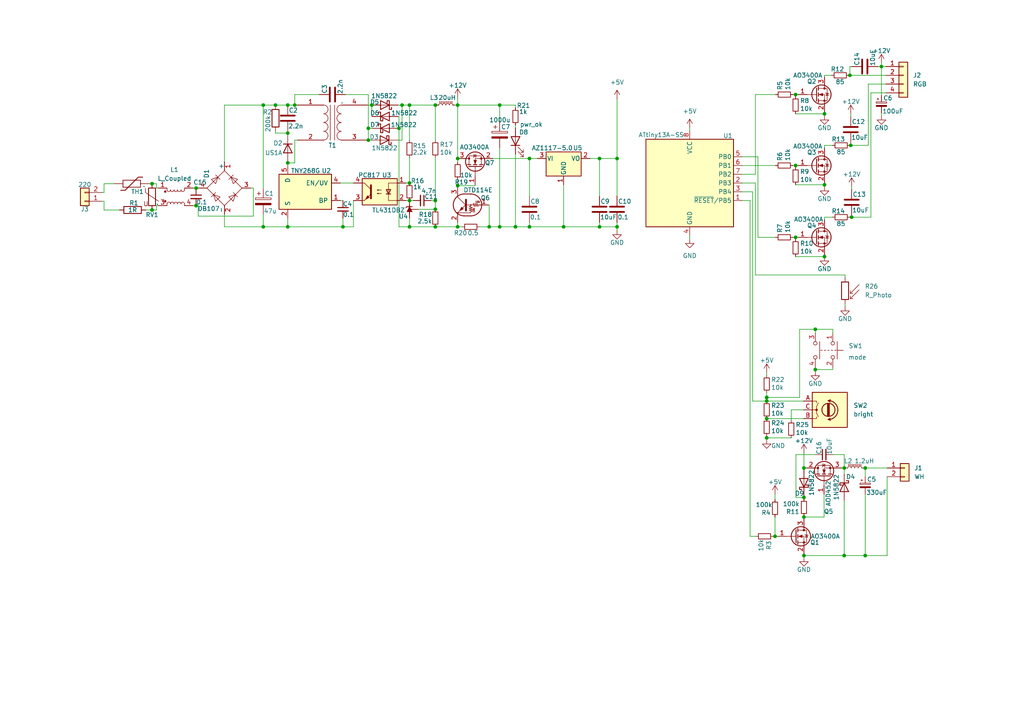
<source format=kicad_sch>
(kicad_sch (version 20211123) (generator eeschema)
  (paper "A4")
  (title_block (title "Desk Lamp") (date "2022-06-15") (comment 2 "Mikhail Belkin (dltech174@gmail.com +7-960-961-54-27)"))
  (lib_symbols
    (symbol "Connector_Generic:Conn_01x02" (pin_names (offset 1.016) hide)
      (property "Reference" "J" (at 0 2.54 0))
      (property "Value" "Conn_01x02" (at 0 -5.08 0))
      (symbol "Conn_01x02_1_1"
        (pin passive line (at -5.08 0 0) (length 3.81) (name "Pin_1") (number "1"))
        (pin passive line (at -5.08 -2.54 0) (length 3.81) (name "Pin_2") (number "2"))
      )
    )
    (symbol "Connector_Generic:Conn_01x04" (pin_names (offset 1.016) hide)
      (property "Reference" "J" (at 0 5.08 0))
      (property "Value" "Conn_01x04" (at 0 -7.62 0))
      (symbol "Conn_01x04_1_1"
        (pin passive line (at -5.08 2.54 0) (length 3.81) (name "Pin_1") (number "1"))
        (pin passive line (at -5.08 0 0) (length 3.81) (name "Pin_2") (number "2"))
        (pin passive line (at -5.08 -2.54 0) (length 3.81) (name "Pin_3") (number "3"))
        (pin passive line (at -5.08 -5.08 0) (length 3.81) (name "Pin_4") (number "4"))
      )
    )
    (symbol "Device:C" (pin_numbers hide) (pin_names (offset 0.254))
      (property "Reference" "C" (at 0.635 2.54 0))
      (property "Value" "C" (at 0.635 -2.54 0))
      (symbol "C_1_1"
        (pin passive line (at 0 3.81 270) (length 2.794) (name "~") (number "1"))
        (pin passive line (at 0 -3.81 90) (length 2.794) (name "~") (number "2"))
      )
    )
    (symbol "Device:C_Polarized" (pin_numbers hide) (pin_names (offset 0.254))
      (property "Reference" "C" (at 0.635 2.54 0))
      (property "Value" "C_Polarized" (at 0.635 -2.54 0))
      (symbol "C_Polarized_1_1"
        (pin passive line (at 0 3.81 270) (length 2.794) (name "~") (number "1"))
        (pin passive line (at 0 -3.81 90) (length 2.794) (name "~") (number "2"))
      )
    )
    (symbol "Device:C_Polarized_Small" (pin_numbers hide) (pin_names (offset 0.254) hide)
      (property "Reference" "C" (at 0.254 1.778 0))
      (property "Value" "C_Polarized_Small" (at 0.254 -2.032 0))
      (symbol "C_Polarized_Small_1_1"
        (pin passive line (at 0 2.54 270) (length 1.8542) (name "~") (number "1"))
        (pin passive line (at 0 -2.54 90) (length 1.8542) (name "~") (number "2"))
      )
    )
    (symbol "Device:C_Small" (pin_numbers hide) (pin_names (offset 0.254) hide)
      (property "Reference" "C" (at 0.254 1.778 0))
      (property "Value" "C_Small" (at 0.254 -2.032 0))
      (symbol "C_Small_1_1"
        (pin passive line (at 0 2.54 270) (length 2.032) (name "~") (number "1"))
        (pin passive line (at 0 -2.54 90) (length 2.032) (name "~") (number "2"))
      )
    )
    (symbol "Device:LED" (pin_numbers hide) (pin_names (offset 1.016) hide)
      (property "Reference" "D" (at 0 2.54 0))
      (property "Value" "LED" (at 0 -2.54 0))
      (symbol "LED_1_1"
        (pin passive line (at -3.81 0 0) (length 2.54) (name "K") (number "1"))
        (pin passive line (at 3.81 0 180) (length 2.54) (name "A") (number "2"))
      )
    )
    (symbol "Device:L_Coupled" (pin_names (offset 0.254) hide)
      (property "Reference" "L" (at 0 4.445 0))
      (property "Value" "L_Coupled" (at 0 -4.445 0))
      (symbol "L_Coupled_1_1"
        (pin passive line (at -5.08 2.54 0) (length 2.54) (name "1") (number "1"))
        (pin passive line (at 5.08 2.54 180) (length 2.54) (name "2") (number "2"))
        (pin passive line (at -5.08 -2.54 0) (length 2.54) (name "3") (number "3"))
        (pin passive line (at 5.08 -2.54 180) (length 2.54) (name "4") (number "4"))
      )
    )
    (symbol "Device:L_Ferrite_Small" (pin_numbers hide) (pin_names (offset 0.254) hide)
      (property "Reference" "L" (at 1.27 1.016 0))
      (property "Value" "L_Ferrite_Small" (at 1.27 -1.27 0))
      (symbol "L_Ferrite_Small_1_1"
        (pin passive line (at 0 2.54 270) (length 0.508) (name "~") (number "1"))
        (pin passive line (at 0 -2.54 90) (length 0.508) (name "~") (number "2"))
      )
    )
    (symbol "Device:R" (pin_numbers hide) (pin_names (offset 0))
      (property "Reference" "R" (at 2.032 0 90))
      (property "Value" "R" (at 0 0 90))
      (symbol "R_1_1"
        (pin passive line (at 0 3.81 270) (length 1.27) (name "~") (number "1"))
        (pin passive line (at 0 -3.81 90) (length 1.27) (name "~") (number "2"))
      )
    )
    (symbol "Device:R_Photo" (pin_numbers hide) (pin_names (offset 0))
      (property "Reference" "R" (at 1.27 1.27 0))
      (property "Value" "R_Photo" (at 1.27 0 0))
      (symbol "R_Photo_1_1"
        (pin passive line (at 0 3.81 270) (length 1.27) (name "~") (number "1"))
        (pin passive line (at 0 -3.81 90) (length 1.27) (name "~") (number "2"))
      )
    )
    (symbol "Device:R_Small" (pin_numbers hide) (pin_names (offset 0.254) hide)
      (property "Reference" "R" (at 0.762 0.508 0))
      (property "Value" "R_Small" (at 0.762 -1.016 0))
      (symbol "R_Small_1_1"
        (pin passive line (at 0 2.54 270) (length 0.762) (name "~") (number "1"))
        (pin passive line (at 0 -2.54 90) (length 0.762) (name "~") (number "2"))
      )
    )
    (symbol "Device:RotaryEncoder" (pin_names (offset 0.254) hide)
      (property "Reference" "SW" (at 0 6.604 0))
      (property "Value" "RotaryEncoder" (at 0 -6.604 0))
      (symbol "RotaryEncoder_1_1"
        (pin passive line (at -7.62 2.54 0) (length 2.54) (name "A") (number "A"))
        (pin passive line (at -7.62 -2.54 0) (length 2.54) (name "B") (number "B"))
        (pin passive line (at -7.62 0 0) (length 2.54) (name "C") (number "C"))
      )
    )
    (symbol "Device:Thermistor" (pin_numbers hide) (pin_names (offset 0))
      (property "Reference" "TH" (at 2.54 1.27 90))
      (property "Value" "Thermistor" (at -2.54 0 90))
      (symbol "Thermistor_1_1"
        (pin passive line (at 0 5.08 270) (length 2.54) (name "~") (number "1"))
        (pin passive line (at 0 -5.08 90) (length 2.54) (name "~") (number "2"))
      )
    )
    (symbol "Device:Transformer_1P_1S" (pin_names (offset 1.016) hide)
      (property "Reference" "T" (at 0 6.35 0))
      (property "Value" "Transformer_1P_1S" (at 0 -7.62 0))
      (symbol "Transformer_1P_1S_1_1"
        (pin passive line (at -10.16 5.08 0) (length 7.62) (name "AA") (number "1"))
        (pin passive line (at -10.16 -5.08 0) (length 7.62) (name "AB") (number "2"))
        (pin passive line (at 10.16 -5.08 180) (length 7.62) (name "SA") (number "3"))
        (pin passive line (at 10.16 5.08 180) (length 7.62) (name "SB") (number "4"))
      )
    )
    (symbol "Device:Varistor" (pin_numbers hide) (pin_names (offset 0))
      (property "Reference" "RV" (at 3.175 0 90))
      (property "Value" "Varistor" (at -3.175 0 90))
      (symbol "Varistor_0_0"
        (text "U" (at -1.778 -2.032 0) (effects (font (size 1.27 1.27))))
      )
      (symbol "Varistor_1_1"
        (pin passive line (at 0 3.81 270) (length 1.27) (name "~") (number "1"))
        (pin passive line (at 0 -3.81 90) (length 1.27) (name "~") (number "2"))
      )
    )
    (symbol "Diode:1N5822" (pin_numbers hide) (pin_names (offset 1.016) hide)
      (property "Reference" "D" (at 0 2.54 0))
      (property "Value" "1N5822" (at 0 -2.54 0))
      (symbol "1N5822_1_1"
        (pin passive line (at -3.81 0 0) (length 2.54) (name "K") (number "1"))
        (pin passive line (at 3.81 0 180) (length 2.54) (name "A") (number "2"))
      )
    )
    (symbol "Diode:US1A" (pin_numbers hide) (pin_names (offset 1.016) hide)
      (property "Reference" "D" (at 0 2.54 0))
      (property "Value" "US1A" (at 0 -2.54 0))
      (symbol "US1A_1_1"
        (pin passive line (at -3.81 0 0) (length 2.54) (name "K") (number "1"))
        (pin passive line (at 3.81 0 180) (length 2.54) (name "A") (number "2"))
      )
    )
    (symbol "Diode_Bridge:DF01S1" (pin_names (offset 0))
      (property "Reference" "D" (at 2.54 6.985 0))
      (property "Value" "DF01S1" (at 2.54 5.08 0))
      (symbol "DF01S1_1_1"
        (pin passive line (at 7.62 0 180) (length 2.54) (name "+") (number "1"))
        (pin passive line (at -7.62 0 0) (length 2.54) (name "-") (number "2"))
        (pin passive line (at 0 -7.62 90) (length 2.54) (name "~") (number "3"))
        (pin passive line (at 0 7.62 270) (length 2.54) (name "~") (number "4"))
      )
    )
    (symbol "Isolator:PC817" (pin_names (offset 1.016))
      (property "Reference" "U" (at -5.08 5.08 0))
      (property "Value" "PC817" (at 0 5.08 0))
      (symbol "PC817_1_1"
        (pin passive line (at -7.62 2.54 0) (length 2.54) (name "~") (number "1"))
        (pin passive line (at -7.62 -2.54 0) (length 2.54) (name "~") (number "2"))
        (pin passive line (at 7.62 -2.54 180) (length 2.54) (name "~") (number "3"))
        (pin passive line (at 7.62 2.54 180) (length 2.54) (name "~") (number "4"))
      )
    )
    (symbol "MCU_Microchip_ATtiny:ATtiny13A-SS"
      (property "Reference" "U" (at -12.7 13.97 0))
      (property "Value" "ATtiny13A-SS" (at 2.54 -13.97 0))
      (symbol "ATtiny13A-SS_1_1"
        (pin bidirectional line (at 15.24 -5.08 180) (length 2.54) (name "~{RESET}/PB5") (number "1"))
        (pin bidirectional line (at 15.24 0 180) (length 2.54) (name "PB3") (number "2"))
        (pin bidirectional line (at 15.24 -2.54 180) (length 2.54) (name "PB4") (number "3"))
        (pin power_in line (at 0 -15.24 90) (length 2.54) (name "GND") (number "4"))
        (pin bidirectional line (at 15.24 7.62 180) (length 2.54) (name "PB0") (number "5"))
        (pin bidirectional line (at 15.24 5.08 180) (length 2.54) (name "PB1") (number "6"))
        (pin bidirectional line (at 15.24 2.54 180) (length 2.54) (name "PB2") (number "7"))
        (pin power_in line (at 0 15.24 270) (length 2.54) (name "VCC") (number "8"))
      )
    )
    (symbol "Reference_Voltage:TL431DBZ" (pin_numbers hide) (pin_names hide)
      (property "Reference" "U" (at -2.54 2.54 0))
      (property "Value" "TL431DBZ" (at 0 -2.54 0))
      (symbol "TL431DBZ_1_1"
        (pin passive line (at 2.54 0 180) (length 2.54) (name "K") (number "1"))
        (pin passive line (at 0 2.54 270) (length 2.54) (name "REF") (number "2"))
        (pin passive line (at -2.54 0 0) (length 2.54) (name "A") (number "3"))
      )
    )
    (symbol "Regulator_Linear:AZ1117-5.0" (pin_names (offset 0.254))
      (property "Reference" "U" (at -3.81 3.175 0))
      (property "Value" "AZ1117-5.0" (at 0 3.175 0))
      (symbol "AZ1117-5.0_1_1"
        (pin power_in line (at 0 -7.62 90) (length 2.54) (name "GND") (number "1"))
        (pin power_out line (at 7.62 0 180) (length 2.54) (name "VO") (number "2"))
        (pin power_in line (at -7.62 0 0) (length 2.54) (name "VI") (number "3"))
      )
    )
    (symbol "Regulator_Switching:TNY268G" (pin_names (offset 1.016))
      (property "Reference" "U" (at 0 8.89 0))
      (property "Value" "TNY268G" (at 0 6.35 0))
      (symbol "TNY268G_1_1"
        (pin input line (at 10.16 -2.54 180) (length 2.54) (name "BP") (number "1"))
        (pin power_in line (at -5.08 -7.62 90) (length 2.54) (name "S") (number "2"))
        (pin passive line (at -5.08 -7.62 90) (length 2.54) hide (name "S") (number "3"))
        (pin input line (at 10.16 2.54 180) (length 2.54) (name "EN/UV") (number "4"))
        (pin open_collector line (at -5.08 7.62 270) (length 2.54) (name "D") (number "5"))
        (pin passive line (at -5.08 -7.62 90) (length 2.54) hide (name "S") (number "7"))
        (pin passive line (at -5.08 -7.62 90) (length 2.54) hide (name "S") (number "8"))
      )
    )
    (symbol "Switch:SW_Push_Dual" (pin_names (offset 1.016) hide)
      (property "Reference" "SW" (at 1.27 2.54 0))
      (property "Value" "SW_Push_Dual" (at 0 -6.858 0))
      (symbol "SW_Push_Dual_0_1"
        (pin passive line (at -5.08 0 0) (length 2.54) (name "1") (number "1"))
        (pin passive line (at 5.08 0 180) (length 2.54) (name "2") (number "2"))
        (pin passive line (at -5.08 -5.08 0) (length 2.54) (name "3") (number "3"))
        (pin passive line (at 5.08 -5.08 180) (length 2.54) (name "4") (number "4"))
      )
    )
    (symbol "Transistor_BJT:DTD114E" (pin_names (offset 0) hide)
      (property "Reference" "Q" (at 5.08 1.905 0))
      (property "Value" "DTD114E" (at 5.08 0 0))
      (symbol "DTD114E_0_0"
        (text "10k" (at -3.302 0.889 0) (effects (font (size 0.508 0.508))))
        (text "10k" (at -2.159 -1.524 900) (effects (font (size 0.508 0.508))))
      )
      (symbol "DTD114E_1_1"
        (pin input line (at -6.35 0 0) (length 2.54) (name "B") (number "1"))
        (pin passive line (at 2.54 -5.08 90) (length 2.54) (name "E") (number "2"))
        (pin passive line (at 2.54 5.08 270) (length 2.54) (name "C") (number "3"))
      )
    )
    (symbol "Transistor_FET:AO3400A" (pin_names hide)
      (property "Reference" "Q" (at 5.08 1.905 0))
      (property "Value" "AO3400A" (at 5.08 0 0))
      (symbol "AO3400A_1_1"
        (pin input line (at -5.08 0 0) (length 2.54) (name "G") (number "1"))
        (pin passive line (at 2.54 -5.08 90) (length 2.54) (name "S") (number "2"))
        (pin passive line (at 2.54 5.08 270) (length 2.54) (name "D") (number "3"))
      )
    )
    (symbol "Transistor_FET:QM6006D" (pin_names hide)
      (property "Reference" "Q" (at 5.08 1.905 0))
      (property "Value" "QM6006D" (at 5.08 0 0))
      (symbol "QM6006D_1_1"
        (pin input line (at -5.08 0 0) (length 2.54) (name "G") (number "1"))
        (pin passive line (at 2.54 5.08 270) (length 2.54) (name "D") (number "2"))
        (pin passive line (at 2.54 -5.08 90) (length 2.54) (name "S") (number "3"))
      )
    )
    (symbol "power:+12V" (power) (pin_names (offset 0))
      (property "Value" "+12V" (at 0 3.556 0))
      (symbol "+12V_1_1"
        (pin power_in line (at 0 0 90) (length 0) hide (name "+12V") (number "1"))
      )
    )
    (symbol "power:+5V" (power) (pin_names (offset 0))
      (property "Value" "+5V" (at 0 3.556 0))
      (symbol "+5V_1_1"
        (pin power_in line (at 0 0 90) (length 0) hide (name "+5V") (number "1"))
      )
    )
    (symbol "power:GND" (power) (pin_names (offset 0))
      (property "Value" "GND" (at 0 -3.81 0))
      (symbol "GND_1_1"
        (pin power_in line (at 0 0 270) (length 0) hide (name "GND") (number "1"))
      )
    )
  )
  (junction (at 83.4644 38.608))
  (junction (at 106.8324 37.211))
  (junction (at 126.2634 58.166))
  (junction (at 233.172 161.1376))
  (junction (at 126.2634 30.48))
  (junction (at 132.7404 65.786))
  (junction (at 76.3524 30.48))
  (junction (at 222.377 115.316))
  (junction (at 141.8844 65.786))
  (junction (at 144.9324 30.48))
  (junction (at 250.952 161.1376))
  (junction (at 236.474 95.504))
  (junction (at 44.0944 53.2892))
  (junction (at 149.5044 65.786))
  (junction (at 153.5684 65.786))
  (junction (at 236.474 107.188))
  (junction (at 115.7224 37.211))
  (junction (at 222.377 115.2652))
  (junction (at 222.377 127))
  (junction (at 222.377 121.412))
  (junction (at 83.4644 65.786))
  (junction (at 132.7404 53.848))
  (junction (at 224.79 155.5496))
  (junction (at 173.8884 45.974))
  (junction (at 56.8706 59.6392))
  (junction (at 83.4644 30.48))
  (junction (at 132.7404 45.974))
  (junction (at 230.759 27.432))
  (junction (at 230.759 48.006))
  (junction (at 126.2634 65.786))
  (junction (at 126.2634 60.706))
  (junction (at 239.141 53.594))
  (junction (at 144.9324 65.786))
  (junction (at 118.7704 58.166))
  (junction (at 118.7704 65.786))
  (junction (at 239.141 33.02))
  (junction (at 85.4964 30.48))
  (junction (at 132.7404 30.48))
  (junction (at 246.761 42.164))
  (junction (at 233.172 135.7376))
  (junction (at 178.9684 65.786))
  (junction (at 222.377 116.332))
  (junction (at 230.759 68.834))
  (junction (at 83.4644 47.244))
  (junction (at 247.015 62.992))
  (junction (at 246.507 21.844))
  (junction (at 244.856 161.1376))
  (junction (at 44.0944 60.9092))
  (junction (at 79.9084 30.48))
  (junction (at 99.4664 65.786))
  (junction (at 233.172 149.9616))
  (junction (at 56.8706 54.5592))
  (junction (at 250.952 135.7376))
  (junction (at 107.8484 30.48))
  (junction (at 178.9684 45.974))
  (junction (at 118.7704 53.086))
  (junction (at 106.8324 40.64))
  (junction (at 116.6114 30.48))
  (junction (at 239.141 74.422))
  (junction (at 76.3524 65.786))
  (junction (at 153.5684 45.974))
  (junction (at 255.651 19.304))
  (junction (at 244.856 135.7376))
  (junction (at 163.4744 65.786))
  (junction (at 173.8884 65.786))
  (junction (at 233.172 144.272))
  (junction (at 118.7704 30.48))
  (wire (pts (xy 83.4644 63.246) (xy 83.4644 65.786)))
  (wire (pts (xy 215.2904 48.006) (xy 224.917 48.006)))
  (wire (pts (xy 246.507 42.164) (xy 246.761 42.164)))
  (wire (pts (xy 230.759 68.834) (xy 231.521 68.834)))
  (wire (pts (xy 144.9324 42.926) (xy 144.9324 65.786)))
  (wire (pts (xy 98.7044 58.166) (xy 99.4664 58.166)))
  (wire (pts (xy 229.489 118.872) (xy 233.045 118.872)))
  (wire (pts (xy 247.015 54.102) (xy 247.015 54.864)))
  (wire (pts (xy 255.651 19.304) (xy 255.651 27.686)))
  (wire (pts (xy 132.7404 30.48) (xy 144.9324 30.48)))
  (wire (pts (xy 132.7404 30.48) (xy 132.7404 45.974)))
  (wire (pts (xy 85.4964 27.432) (xy 92.6084 27.432)))
  (wire (pts (xy 255.651 18.288) (xy 255.651 19.304)))
  (wire (pts (xy 178.9684 64.516) (xy 178.9684 65.786)))
  (wire (pts (xy 98.7044 53.086) (xy 102.5144 53.086)))
  (wire (pts (xy 246.507 21.844) (xy 256.921 21.844)))
  (wire (pts (xy 257.302 138.2776) (xy 257.302 161.1376)))
  (wire (pts (xy 29.6672 58.3692) (xy 30.1752 58.3692)))
  (wire (pts (xy 233.172 149.9616) (xy 233.172 150.4696)))
  (wire (pts (xy 224.282 155.5496) (xy 224.79 155.5496)))
  (wire (pts (xy 222.377 121.412) (xy 233.045 121.412)))
  (wire (pts (xy 44.0944 53.2892) (xy 45.3898 53.2892)))
  (wire (pts (xy 219.1004 27.432) (xy 219.1004 50.546)))
  (wire (pts (xy 132.7404 45.974) (xy 132.7404 46.99)))
  (wire (pts (xy 118.7704 30.48) (xy 118.7704 40.64)))
  (wire (pts (xy 126.2634 58.166) (xy 126.2634 60.706)))
  (wire (pts (xy 76.3524 30.48) (xy 76.3524 54.61)))
  (wire (pts (xy 132.7404 52.07) (xy 132.7404 53.848)))
  (wire (pts (xy 121.3104 60.706) (xy 126.2634 60.706)))
  (wire (pts (xy 219.837 68.834) (xy 224.917 68.834)))
  (wire (pts (xy 245.11 80.518) (xy 245.11 79.756)))
  (wire (pts (xy 246.253 21.844) (xy 246.507 21.844)))
  (wire (pts (xy 246.761 41.402) (xy 246.761 42.164)))
  (wire (pts (xy 229.997 48.006) (xy 230.759 48.006)))
  (wire (pts (xy 126.2634 30.48) (xy 126.2634 40.64)))
  (wire (pts (xy 29.6672 55.8292) (xy 30.1752 55.8292)))
  (wire (pts (xy 217.551 155.5496) (xy 219.202 155.5496)))
  (wire (pts (xy 73.4822 54.5592) (xy 72.7202 54.5592)))
  (wire (pts (xy 244.856 145.1356) (xy 244.856 161.1376)))
  (wire (pts (xy 173.8884 45.974) (xy 178.9684 45.974)))
  (wire (pts (xy 246.507 62.992) (xy 247.015 62.992)))
  (wire (pts (xy 106.8324 37.211) (xy 106.8324 40.64)))
  (wire (pts (xy 244.856 161.1376) (xy 250.952 161.1376)))
  (wire (pts (xy 149.5044 44.704) (xy 149.5044 65.786)))
  (wire (pts (xy 230.759 27.432) (xy 230.759 27.94)))
  (wire (pts (xy 239.014 149.9616) (xy 239.014 143.3576)))
  (wire (pts (xy 247.015 62.992) (xy 252.603 62.992)))
  (wire (pts (xy 106.8324 27.432) (xy 106.8324 37.211)))
  (wire (pts (xy 178.9684 65.786) (xy 178.9684 66.802)))
  (wire (pts (xy 239.141 21.844) (xy 241.173 21.844)))
  (wire (pts (xy 56.0578 59.6392) (xy 56.8706 59.6392)))
  (wire (pts (xy 222.377 108.077) (xy 222.377 108.839)))
  (wire (pts (xy 45.3898 60.9092) (xy 45.3898 59.6392)))
  (wire (pts (xy 246.761 33.02) (xy 246.761 33.782)))
  (wire (pts (xy 79.9084 38.1) (xy 79.9084 38.608)))
  (wire (pts (xy 65.1002 65.786) (xy 76.3524 65.786)))
  (wire (pts (xy 246.761 42.164) (xy 251.841 42.164)))
  (wire (pts (xy 163.4744 65.786) (xy 173.8884 65.786)))
  (wire (pts (xy 85.4964 40.64) (xy 86.2584 40.64)))
  (wire (pts (xy 118.7704 30.48) (xy 126.2634 30.48)))
  (wire (pts (xy 250.952 135.7376) (xy 250.952 138.2776)))
  (wire (pts (xy 215.2904 58.166) (xy 217.551 58.166)))
  (wire (pts (xy 250.952 143.3576) (xy 250.952 161.1376)))
  (wire (pts (xy 233.172 143.8656) (xy 233.172 144.272)))
  (wire (pts (xy 73.4822 62.6872) (xy 73.4822 54.5592)))
  (wire (pts (xy 118.7704 45.72) (xy 118.7704 53.086)))
  (wire (pts (xy 132.7404 28.321) (xy 132.7404 30.48)))
  (wire (pts (xy 255.651 19.304) (xy 256.921 19.304)))
  (wire (pts (xy 56.0578 54.5592) (xy 56.8706 54.5592)))
  (wire (pts (xy 217.551 58.166) (xy 217.551 155.5496)))
  (wire (pts (xy 178.9684 65.786) (xy 173.8884 65.786)))
  (wire (pts (xy 230.759 48.006) (xy 230.759 48.514)))
  (wire (pts (xy 149.5044 36.322) (xy 149.5044 37.084)))
  (wire (pts (xy 250.952 161.1376) (xy 257.302 161.1376)))
  (wire (pts (xy 239.141 22.352) (xy 239.141 21.844)))
  (wire (pts (xy 244.856 131.8514) (xy 244.856 135.7376)))
  (wire (pts (xy 173.8884 45.974) (xy 171.0944 45.974)))
  (wire (pts (xy 246.507 21.844) (xy 246.507 19.304)))
  (wire (pts (xy 126.2634 45.72) (xy 126.2634 58.166)))
  (wire (pts (xy 224.79 143.3576) (xy 224.79 144.8816)))
  (wire (pts (xy 230.8606 144.272) (xy 233.172 144.272)))
  (wire (pts (xy 230.759 48.006) (xy 231.521 48.006)))
  (wire (pts (xy 233.172 160.6296) (xy 233.172 161.1376)))
  (wire (pts (xy 200.0504 37.084) (xy 200.0504 37.846)))
  (wire (pts (xy 222.377 115.2652) (xy 222.377 115.316)))
  (wire (pts (xy 153.5684 64.516) (xy 153.5684 65.786)))
  (wire (pts (xy 100.2284 27.432) (xy 106.8324 27.432)))
  (wire (pts (xy 236.474 95.504) (xy 236.474 96.52)))
  (wire (pts (xy 83.4644 30.48) (xy 85.4964 30.48)))
  (wire (pts (xy 149.5044 65.786) (xy 153.5684 65.786)))
  (wire (pts (xy 85.4964 30.48) (xy 85.4964 27.432)))
  (wire (pts (xy 219.1004 27.432) (xy 224.9424 27.432)))
  (wire (pts (xy 44.0944 60.9092) (xy 45.3898 60.9092)))
  (wire (pts (xy 99.4664 65.786) (xy 83.4644 65.786)))
  (wire (pts (xy 132.7404 30.48) (xy 131.8514 30.48)))
  (wire (pts (xy 178.9684 45.974) (xy 178.9684 56.896)))
  (wire (pts (xy 256.921 24.384) (xy 251.841 24.384)))
  (wire (pts (xy 222.377 127) (xy 222.377 127.508)))
  (wire (pts (xy 230.759 27.432) (xy 231.521 27.432)))
  (wire (pts (xy 117.7544 53.086) (xy 118.7704 53.086)))
  (wire (pts (xy 132.7404 64.516) (xy 132.7404 65.786)))
  (wire (pts (xy 222.377 115.2652) (xy 231.9274 115.2652)))
  (wire (pts (xy 124.9934 58.166) (xy 126.2634 58.166)))
  (wire (pts (xy 233.172 149.9616) (xy 239.014 149.9616)))
  (wire (pts (xy 57.4802 59.6392) (xy 57.4802 62.6872)))
  (wire (pts (xy 231.9274 95.504) (xy 236.474 95.504)))
  (wire (pts (xy 239.141 33.02) (xy 239.141 33.528)))
  (wire (pts (xy 83.4644 38.608) (xy 83.4644 39.243)))
  (wire (pts (xy 236.474 95.504) (xy 241.554 95.504)))
  (wire (pts (xy 116.6114 40.64) (xy 116.6114 30.48)))
  (wire (pts (xy 233.172 135.7376) (xy 233.934 135.7376)))
  (wire (pts (xy 239.141 42.164) (xy 241.427 42.164)))
  (wire (pts (xy 85.4964 30.48) (xy 86.2584 30.48)))
  (wire (pts (xy 115.7224 37.211) (xy 115.7224 65.786)))
  (wire (pts (xy 118.7704 65.786) (xy 126.2634 65.786)))
  (wire (pts (xy 137.8204 53.594) (xy 137.8204 53.848)))
  (wire (pts (xy 126.2634 65.786) (xy 132.7404 65.786)))
  (wire (pts (xy 76.3524 62.23) (xy 76.3524 65.786)))
  (wire (pts (xy 115.7224 65.786) (xy 118.7704 65.786)))
  (wire (pts (xy 139.0904 65.786) (xy 141.8844 65.786)))
  (wire (pts (xy 222.377 126.492) (xy 222.377 127)))
  (wire (pts (xy 153.5684 45.974) (xy 155.8544 45.974)))
  (wire (pts (xy 79.9084 30.48) (xy 83.4644 30.48)))
  (wire (pts (xy 118.7704 58.166) (xy 119.9134 58.166)))
  (wire (pts (xy 149.5044 31.242) (xy 149.5044 30.48)))
  (wire (pts (xy 239.141 62.992) (xy 241.427 62.992)))
  (wire (pts (xy 233.172 161.1376) (xy 244.856 161.1376)))
  (wire (pts (xy 115.4684 33.782) (xy 115.7224 33.782)))
  (wire (pts (xy 215.2904 55.626) (xy 218.313 55.626)))
  (wire (pts (xy 106.5784 30.48) (xy 107.8484 30.48)))
  (wire (pts (xy 144.9324 65.786) (xy 149.5044 65.786)))
  (wire (pts (xy 222.377 116.332) (xy 233.045 116.332)))
  (wire (pts (xy 134.0104 65.786) (xy 132.7404 65.786)))
  (wire (pts (xy 106.8324 37.211) (xy 107.8484 37.211)))
  (wire (pts (xy 102.5144 58.166) (xy 102.5144 65.786)))
  (wire (pts (xy 56.8706 59.6392) (xy 57.4802 59.6392)))
  (wire (pts (xy 241.554 96.52) (xy 241.554 95.504)))
  (wire (pts (xy 231.9274 115.2652) (xy 231.9274 95.504)))
  (wire (pts (xy 219.837 45.466) (xy 215.2904 45.466)))
  (wire (pts (xy 241.5794 131.8514) (xy 244.856 131.8514)))
  (wire (pts (xy 245.11 88.138) (xy 245.11 88.9)))
  (wire (pts (xy 132.7404 53.848) (xy 132.7404 54.356)))
  (wire (pts (xy 102.5144 65.786) (xy 99.4664 65.786)))
  (wire (pts (xy 107.8484 30.48) (xy 107.8484 33.782)))
  (wire (pts (xy 116.6114 30.48) (xy 118.7704 30.48)))
  (wire (pts (xy 106.8324 40.64) (xy 107.7214 40.64)))
  (wire (pts (xy 99.4664 63.246) (xy 99.4664 65.786)))
  (wire (pts (xy 83.4644 38.1) (xy 83.4644 38.608)))
  (wire (pts (xy 256.921 26.924) (xy 252.603 26.924)))
  (wire (pts (xy 117.7544 58.166) (xy 118.7704 58.166)))
  (wire (pts (xy 83.4644 46.863) (xy 83.4644 47.244)))
  (wire (pts (xy 218.313 116.332) (xy 222.377 116.332)))
  (wire (pts (xy 218.313 55.626) (xy 218.313 116.332)))
  (wire (pts (xy 79.9084 38.608) (xy 83.4644 38.608)))
  (wire (pts (xy 30.1752 53.2892) (xy 33.1216 53.2892)))
  (wire (pts (xy 255.651 32.766) (xy 255.651 33.528)))
  (wire (pts (xy 126.2634 30.48) (xy 126.7714 30.48)))
  (wire (pts (xy 144.9324 30.48) (xy 144.9324 35.306)))
  (wire (pts (xy 239.141 53.086) (xy 239.141 53.594)))
  (wire (pts (xy 153.5684 45.974) (xy 153.5684 56.896)))
  (wire (pts (xy 224.79 155.5496) (xy 225.552 155.5496)))
  (wire (pts (xy 254.635 19.304) (xy 255.651 19.304)))
  (wire (pts (xy 233.172 144.272) (xy 233.172 144.6276)))
  (wire (pts (xy 233.172 135.7376) (xy 233.172 136.2456)))
  (wire (pts (xy 241.554 107.188) (xy 236.474 107.188)))
  (wire (pts (xy 83.4644 47.244) (xy 83.4644 48.006)))
  (wire (pts (xy 229.489 127) (xy 222.377 127)))
  (wire (pts (xy 241.554 106.68) (xy 241.554 107.188)))
  (wire (pts (xy 233.172 161.1376) (xy 233.172 161.6456)))
  (wire (pts (xy 141.8844 59.436) (xy 141.8844 65.786)))
  (wire (pts (xy 229.997 68.834) (xy 230.759 68.834)))
  (wire (pts (xy 239.141 53.594) (xy 239.141 54.102)))
  (wire (pts (xy 233.172 149.7076) (xy 233.172 149.9616)))
  (wire (pts (xy 229.489 118.872) (xy 229.489 121.92)))
  (wire (pts (xy 76.3524 65.786) (xy 83.4644 65.786)))
  (wire (pts (xy 115.7224 37.211) (xy 115.4684 37.211)))
  (wire (pts (xy 244.094 135.7376) (xy 244.856 135.7376)))
  (wire (pts (xy 65.1002 30.48) (xy 65.1002 46.9392)))
  (wire (pts (xy 230.0224 27.432) (xy 230.759 27.432)))
  (wire (pts (xy 236.474 107.188) (xy 236.474 106.68)))
  (wire (pts (xy 239.141 74.422) (xy 239.141 74.676)))
  (wire (pts (xy 251.841 24.384) (xy 251.841 42.164)))
  (wire (pts (xy 230.759 53.594) (xy 239.141 53.594)))
  (wire (pts (xy 149.5044 30.48) (xy 144.9324 30.48)))
  (wire (pts (xy 239.141 32.512) (xy 239.141 33.02)))
  (wire (pts (xy 178.9684 28.702) (xy 178.9684 45.974)))
  (wire (pts (xy 246.507 19.304) (xy 247.015 19.304)))
  (wire (pts (xy 230.8606 131.8514) (xy 230.8606 144.272)))
  (wire (pts (xy 230.759 74.422) (xy 239.141 74.422)))
  (wire (pts (xy 247.015 62.484) (xy 247.015 62.992)))
  (wire (pts (xy 106.8324 40.64) (xy 106.5784 40.64)))
  (wire (pts (xy 244.856 135.7376) (xy 245.364 135.7376)))
  (wire (pts (xy 132.7404 53.848) (xy 137.8204 53.848)))
  (wire (pts (xy 250.444 135.7376) (xy 250.952 135.7376)))
  (wire (pts (xy 200.0504 68.326) (xy 200.0504 69.342)))
  (wire (pts (xy 45.3898 59.6392) (xy 45.8978 59.6392)))
  (wire (pts (xy 222.377 115.316) (xy 222.377 116.332)))
  (wire (pts (xy 45.3898 54.5592) (xy 45.8978 54.5592)))
  (wire (pts (xy 233.172 131.3942) (xy 233.172 135.7376)))
  (wire (pts (xy 153.5684 65.786) (xy 163.4744 65.786)))
  (wire (pts (xy 224.79 149.9616) (xy 224.79 155.5496)))
  (wire (pts (xy 65.1002 62.1792) (xy 65.1002 65.786)))
  (wire (pts (xy 116.6114 30.48) (xy 115.4684 30.48)))
  (wire (pts (xy 230.759 68.834) (xy 230.759 69.342)))
  (wire (pts (xy 250.952 135.7376) (xy 257.302 135.7376)))
  (wire (pts (xy 236.4994 131.8514) (xy 230.8606 131.8514)))
  (wire (pts (xy 56.8706 54.5592) (xy 57.4802 54.5592)))
  (wire (pts (xy 118.7704 63.246) (xy 118.7704 65.786)))
  (wire (pts (xy 239.141 63.754) (xy 239.141 62.992)))
  (wire (pts (xy 163.4744 53.594) (xy 163.4744 65.786)))
  (wire (pts (xy 115.7224 33.782) (xy 115.7224 37.211)))
  (wire (pts (xy 43.2816 53.2892) (xy 44.0944 53.2892)))
  (wire (pts (xy 239.141 42.926) (xy 239.141 42.164)))
  (wire (pts (xy 30.1752 58.3692) (xy 30.1752 60.9092)))
  (wire (pts (xy 219.075 53.086) (xy 219.075 79.756)))
  (wire (pts (xy 30.1752 60.9092) (xy 34.6456 60.9092)))
  (wire (pts (xy 252.603 26.924) (xy 252.603 62.992)))
  (wire (pts (xy 76.3524 30.48) (xy 79.9084 30.48)))
  (wire (pts (xy 30.1752 55.8292) (xy 30.1752 53.2892)))
  (wire (pts (xy 115.3414 40.64) (xy 116.6114 40.64)))
  (wire (pts (xy 230.759 33.02) (xy 239.141 33.02)))
  (wire (pts (xy 244.856 135.7376) (xy 244.856 137.5156)))
  (wire (pts (xy 144.9324 65.786) (xy 141.8844 65.786)))
  (wire (pts (xy 222.377 113.919) (xy 222.377 115.2652)))
  (wire (pts (xy 219.837 68.834) (xy 219.837 45.466)))
  (wire (pts (xy 57.4802 62.6872) (xy 73.4822 62.6872)))
  (wire (pts (xy 141.6304 59.436) (xy 141.8844 59.436)))
  (wire (pts (xy 173.8884 64.516) (xy 173.8884 65.786)))
  (wire (pts (xy 219.075 53.086) (xy 215.2904 53.086)))
  (wire (pts (xy 236.474 107.188) (xy 236.474 107.696)))
  (wire (pts (xy 215.2904 50.546) (xy 219.1004 50.546)))
  (wire (pts (xy 219.075 79.756) (xy 245.11 79.756)))
  (wire (pts (xy 173.8884 45.974) (xy 173.8884 56.896)))
  (wire (pts (xy 142.9004 45.974) (xy 153.5684 45.974)))
  (wire (pts (xy 42.2656 60.9092) (xy 44.0944 60.9092)))
  (wire (pts (xy 65.1002 30.48) (xy 76.3524 30.48)))
  (wire (pts (xy 239.141 73.914) (xy 239.141 74.422)))
  (wire (pts (xy 45.3898 53.2892) (xy 45.3898 54.5592)))
  (wire (pts (xy 83.4644 47.244) (xy 85.4964 47.244)))
  (wire (pts (xy 85.4964 47.244) (xy 85.4964 40.64)))
  (symbol (lib_id "power:+5V") (at 222.377 108.077 0) (unit 1)
    (property "Reference" "#PWR0104" (effects hide))
    (property "Value" "+5V" (at 222.377 104.521 0))
  )
  (symbol (lib_id "Device:R_Small") (at 243.967 42.164 90) (unit 1)
    (property "Reference" "R13" (at 245.11 40.386 90) (effects (justify left)))
    (property "Value" "85" (at 245.237 44.069 90) (effects (justify left)))
    (property "Footprint" "Resistor_SMD:R_1206_3216Metric" (effects hide))
  )
  (symbol (lib_id "power:+5V") (at 200.0504 37.084 0) (unit 1)
    (property "Reference" "#PWR05" (effects hide))
    (property "Value" "+5V" (at 200.0504 32.258 0))
  )
  (symbol (lib_id "power:+5V") (at 224.79 143.3576 0) (unit 1)
    (property "Reference" "#PWR016" (effects hide))
    (property "Value" "+5V" (at 224.79 139.8016 0))
  )
  (symbol (lib_id "Device:R") (at 79.9084 34.29 0) (unit 1)
    (property "Reference" "R2" (at 76.2254 32.512 0) (effects (justify left)))
    (property "Value" "200k" (at 77.7494 38.354 90) (effects (justify left)))
    (property "Footprint" "Resistor_SMD:R_1210_3225Metric" (effects hide))
  )
  (symbol (lib_id "Device:R_Small") (at 233.172 147.1676 180) (unit 1)
    (property "Reference" "R11" (at 231.902 148.4376 0) (effects (justify left)))
    (property "Value" "100k" (at 231.902 146.1516 0) (effects (justify left)))
    (property "Footprint" "Resistor_SMD:R_0402_1005Metric" (effects hide))
  )
  (symbol (lib_id "Device:R_Small") (at 136.5504 65.786 90) (mirror x) (unit 1)
    (property "Reference" "R20" (at 135.5344 67.564 90) (effects (justify left)))
    (property "Value" "0.5" (at 138.8364 67.564 90) (effects (justify left)))
    (property "Footprint" "Resistor_SMD:R_1210_3225Metric" (effects hide))
  )
  (symbol (lib_id "Device:R_Small") (at 222.377 118.872 0) (unit 1)
    (property "Reference" "R23" (at 223.647 117.602 0) (effects (justify left)))
    (property "Value" "10k" (at 223.647 119.888 0) (effects (justify left)))
    (property "Footprint" "Resistor_SMD:R_0402_1005Metric" (effects hide))
  )
  (symbol (lib_id "power:+5V") (at 178.9684 28.702 0) (unit 1)
    (property "Reference" "#PWR03" (effects hide))
    (property "Value" "+5V" (at 178.9684 23.876 0))
  )
  (symbol (lib_id "Device:R_Small") (at 229.489 124.46 0) (unit 1)
    (property "Reference" "R25" (at 230.759 123.19 0) (effects (justify left)))
    (property "Value" "10k" (at 230.759 125.476 0) (effects (justify left)))
    (property "Footprint" "Resistor_SMD:R_0402_1005Metric" (effects hide))
  )
  (symbol (lib_id "Transistor_FET:QM6006D") (at 239.014 138.2776 90) (unit 1)
    (property "Reference" "Q5" (at 240.3348 148.3614 90))
    (property "Value" "AOD452" (at 240.2332 143.129 0))
    (property "Footprint" "Package_TO_SOT_SMD:TO-252-2" (effects hide))
    (property "Datasheet" "http://www.jaolen.com/images/pdf/QM6006D.pdf" (effects hide))
  )
  (symbol (lib_id "Device:Varistor") (at 44.0944 57.0992 0) (unit 1)
    (property "Reference" "RV1" (at 42.2148 62.3062 0) (effects (justify left)))
    (property "Value" "." (at 45.2374 58.7502 0) (effects (justify left)))
    (property "Footprint" "Varistor:RV_Disc_D12mm_W3.9mm_P7.5mm" (effects hide))
  )
  (symbol (lib_id "Connector_Generic:Conn_01x04") (at 262.001 21.844 0) (unit 1)
    (property "Reference" "J2" (at 264.795 21.8439 0) (effects (justify left)))
    (property "Value" "RGB" (at 264.795 24.3839 0) (effects (justify left)))
    (property "Footprint" "Connector_PinHeader_2.54mm:PinHeader_1x04_P2.54mm_Vertical" (effects hide))
  )
  (symbol (lib_id "Device:C") (at 247.015 58.674 0) (unit 1)
    (property "Reference" "C13" (at 247.269 56.388 0) (effects (justify left)))
    (property "Value" "10uF" (at 247.142 60.96 0) (effects (justify left)))
    (property "Footprint" "Capacitor_SMD:C_0805_2012Metric" (effects hide))
  )
  (symbol (lib_id "power:GND") (at 178.9684 66.802 0) (unit 1)
    (property "Reference" "#PWR017" (effects hide))
    (property "Value" "GND" (at 178.9684 70.358 0))
  )
  (symbol (lib_id "power:+12V") (at 233.172 131.3942 0) (unit 1)
    (property "Reference" "#PWR0103" (effects hide))
    (property "Value" "+12V" (at 233.172 127.8382 0))
  )
  (symbol (lib_id "Device:C") (at 153.5684 60.706 0) (unit 1)
    (property "Reference" "C8" (at 153.8224 58.42 0) (effects (justify left)))
    (property "Value" "0.1" (at 153.6954 62.992 0) (effects (justify left)))
    (property "Footprint" "Capacitor_SMD:C_0402_1005Metric" (effects hide))
  )
  (symbol (lib_id "Diode:1N5822") (at 244.856 141.3256 270) (unit 1)
    (property "Reference" "D4" (at 245.364 138.2776 90) (effects (justify left)))
    (property "Value" "1N5822" (at 242.57 137.5156 0) (effects (justify left)))
    (property "Footprint" "Diode_SMD:D_SMA" (effects hide))
    (property "Datasheet" "http://www.vishay.com/docs/88526/1n5820.pdf" (effects hide))
  )
  (symbol (lib_id "Transistor_FET:AO3400A") (at 236.601 27.432 0) (unit 1)
    (property "Reference" "Q2" (at 234.061 23.622 0) (effects (justify left)))
    (property "Value" "AO3400A" (at 229.997 21.844 0) (effects (justify left)))
    (property "Footprint" "Package_TO_SOT_SMD:SOT-23" (effects hide))
    (property "Datasheet" "http://www.aosmd.com/pdfs/datasheet/AO3400A.pdf" (effects hide))
  )
  (symbol (lib_id "Device:RotaryEncoder") (at 240.665 118.872 0) (unit 1)
    (property "Reference" "SW2" (at 247.523 117.6019 0) (effects (justify left)))
    (property "Value" "bright" (at 247.523 120.1419 0) (effects (justify left)))
    (property "Footprint" "local:mouse_encoder" (effects hide))
  )
  (symbol (lib_id "Device:Transformer_1P_1S") (at 96.4184 35.56 0) (unit 1)
    (property "Reference" "T1" (at 96.4184 42.164 0))
    (property "Value" "." (at 99.2124 29.337 0))
    (property "Footprint" "local:Transformer_NF_ETAL_P1165" (effects hide))
  )
  (symbol (lib_id "Regulator_Switching:TNY268G") (at 88.5444 55.626 0) (unit 1)
    (property "Reference" "U2" (at 96.0374 49.53 0) (effects (justify right)))
    (property "Value" "TNY268G" (at 92.8624 49.53 0) (effects (justify right)))
    (property "Footprint" "Package_DIP:PowerIntegrations_SMD-8B" (effects hide))
    (property "Datasheet" "http://www.powerint.com/sites/default/files/product-docs/tny263_268.pdf" (effects hide))
  )
  (symbol (lib_id "Diode:1N5822") (at 111.6584 33.782 0) (unit 1)
    (property "Reference" "D6" (at 107.3404 32.766 0) (effects (justify left)))
    (property "Value" "1N5822" (at 113.4364 32.766 0) (effects (justify left)))
    (property "Footprint" "Diode_SMD:D_SMA" (effects hide))
    (property "Datasheet" "http://www.vishay.com/docs/88526/1n5820.pdf" (effects hide))
  )
  (symbol (lib_id "power:GND") (at 255.651 33.528 0) (unit 1)
    (property "Reference" "#PWR014" (effects hide))
    (property "Value" "GND" (at 255.651 37.084 0))
  )
  (symbol (lib_id "power:+12V") (at 247.015 54.102 0) (unit 1)
    (property "Reference" "#PWR0101" (effects hide))
    (property "Value" "+12V" (at 247.015 50.546 0))
  )
  (symbol (lib_id "power:GND") (at 233.172 161.6456 0) (unit 1)
    (property "Reference" "#PWR09" (effects hide))
    (property "Value" "GND" (at 233.172 165.2016 0))
  )
  (symbol (lib_id "Device:C") (at 83.4644 34.29 0) (unit 1)
    (property "Reference" "C2" (at 83.7184 32.004 0) (effects (justify left)))
    (property "Value" "2.2n" (at 83.5914 36.576 0) (effects (justify left)))
    (property "Footprint" "Capacitor_THT:C_Axial_L3.8mm_D2.6mm_P7.50mm_Horizontal" (effects hide))
  )
  (symbol (lib_id "Device:R_Small") (at 243.967 62.992 90) (unit 1)
    (property "Reference" "R14" (at 245.11 61.214 90) (effects (justify left)))
    (property "Value" "85" (at 245.237 64.897 90) (effects (justify left)))
    (property "Footprint" "Resistor_SMD:R_1206_3216Metric" (effects hide))
  )
  (symbol (lib_id "Diode:1N5822") (at 111.5314 40.64 180) (unit 1)
    (property "Reference" "D3" (at 109.8804 39.751 0) (effects (justify left)))
    (property "Value" "1N5822" (at 115.3414 42.926 0) (effects (justify left)))
    (property "Footprint" "Diode_SMD:D_SMA" (effects hide))
    (property "Datasheet" "http://www.vishay.com/docs/88526/1n5820.pdf" (effects hide))
  )
  (symbol (lib_id "Connector_Generic:Conn_01x02") (at 262.382 135.7376 0) (unit 1)
    (property "Reference" "J1" (at 265.176 135.7375 0) (effects (justify left)))
    (property "Value" "WH" (at 265.176 138.2775 0) (effects (justify left)))
    (property "Footprint" "Connector_PinHeader_2.54mm:PinHeader_1x02_P2.54mm_Vertical" (effects hide))
  )
  (symbol (lib_id "Device:R_Small") (at 227.457 48.006 90) (unit 1)
    (property "Reference" "R6" (at 226.187 46.736 0) (effects (justify left)))
    (property "Value" "10k" (at 228.473 46.736 0) (effects (justify left)))
    (property "Footprint" "Resistor_SMD:R_0402_1005Metric" (effects hide))
  )
  (symbol (lib_id "Device:R_Small") (at 126.2634 63.246 0) (unit 1)
    (property "Reference" "R18" (at 121.4374 62.23 0) (effects (justify left)))
    (property "Value" "2.5k" (at 121.0564 64.135 0) (effects (justify left)))
    (property "Footprint" "Resistor_SMD:R_0805_2012Metric" (effects hide))
  )
  (symbol (lib_id "Device:C_Polarized") (at 144.9324 39.116 0) (unit 1)
    (property "Reference" "C7" (at 145.3134 36.83 0) (effects (justify left)))
    (property "Value" "1000u" (at 141.8844 34.798 0) (effects (justify left)))
    (property "Footprint" "Capacitor_THT:CP_Radial_D10.0mm_P5.00mm" (effects hide))
  )
  (symbol (lib_id "Transistor_FET:AO3400A") (at 230.632 155.5496 0) (unit 1)
    (property "Reference" "Q1" (at 234.95 157.3276 0) (effects (justify left)))
    (property "Value" "AO3400A" (at 235.077 155.5496 0) (effects (justify left)))
    (property "Footprint" "Package_TO_SOT_SMD:SOT-23" (effects hide))
    (property "Datasheet" "http://www.aosmd.com/pdfs/datasheet/AO3400A.pdf" (effects hide))
  )
  (symbol (lib_id "Diode_Bridge:DF01S1") (at 65.1002 54.5592 90) (unit 1)
    (property "Reference" "D1" (at 59.8932 50.3682 0))
    (property "Value" "DB107" (at 60.5282 60.5282 90))
    (property "Footprint" "Diode_SMD:Diode_Bridge_OnSemi_SDIP-4L" (effects hide))
    (property "Datasheet" "https://www.onsemi.com/pdf/datasheet/df10s1-d.pdf" (effects hide))
  )
  (symbol (lib_id "Device:R_Small") (at 230.759 30.48 0) (unit 1)
    (property "Reference" "R8" (at 232.029 29.21 0) (effects (justify left)))
    (property "Value" "10k" (at 232.029 31.496 0) (effects (justify left)))
    (property "Footprint" "Resistor_SMD:R_0402_1005Metric" (effects hide))
  )
  (symbol (lib_id "Device:Thermistor") (at 38.2016 53.2892 90) (unit 1)
    (property "Reference" "TH1" (at 39.8526 55.5752 90))
    (property "Value" "." (at 41.7576 53.5432 90))
    (property "Footprint" "Varistor:RV_Disc_D12mm_W3.9mm_P7.5mm" (effects hide))
  )
  (symbol (lib_id "power:GND") (at 239.141 33.528 0) (unit 1)
    (property "Reference" "#PWR010" (effects hide))
    (property "Value" "GND" (at 239.141 37.084 0))
  )
  (symbol (lib_id "Device:R_Small") (at 227.4824 27.432 90) (unit 1)
    (property "Reference" "R5" (at 226.2124 26.162 0) (effects (justify left)))
    (property "Value" "10k" (at 228.4984 26.162 0) (effects (justify left)))
    (property "Footprint" "Resistor_SMD:R_0402_1005Metric" (effects hide))
  )
  (symbol (lib_id "Device:C_Small") (at 56.8706 57.0992 0) (unit 1)
    (property "Reference" "C15" (at 56.0578 52.8828 0) (effects (justify left)))
    (property "Value" "0.1" (at 56.8706 58.6232 0) (effects (justify left)))
    (property "Footprint" "Capacitor_THT:C_Disc_D11.0mm_W5.0mm_P10.00mm" (effects hide))
  )
  (symbol (lib_id "Device:R_Small") (at 126.2634 43.18 0) (unit 1)
    (property "Reference" "R17" (at 127.5334 41.91 0) (effects (justify left)))
    (property "Value" "10k" (at 127.5334 44.196 0) (effects (justify left)))
    (property "Footprint" "Resistor_SMD:R_0402_1005Metric" (effects hide))
  )
  (symbol (lib_id "power:GND") (at 222.377 127.508 0) (unit 1)
    (property "Reference" "#PWR0105" (effects hide))
    (property "Value" "GND" (at 225.679 129.286 0))
  )
  (symbol (lib_id "Transistor_BJT:DTD114E") (at 135.2804 59.436 0) (mirror y) (unit 1)
    (property "Reference" "Q6" (at 142.1384 57.404 0) (effects (justify left)))
    (property "Value" "DTD114E" (at 142.9004 55.118 0) (effects (justify left)))
    (property "Footprint" "Package_TO_SOT_SMD:SOT-23" (effects hide))
  )
  (symbol (lib_id "Device:R_Small") (at 221.742 155.5496 270) (unit 1)
    (property "Reference" "R3" (at 223.012 156.8196 0) (effects (justify left)))
    (property "Value" "10k" (at 220.726 156.3116 0) (effects (justify left)))
    (property "Footprint" "Resistor_SMD:R_0402_1005Metric" (effects hide))
  )
  (symbol (lib_id "power:GND") (at 239.141 74.422 0) (unit 1)
    (property "Reference" "#PWR012" (effects hide))
    (property "Value" "GND" (at 239.141 77.978 0))
  )
  (symbol (lib_id "Transistor_FET:AO3400A") (at 236.601 48.006 0) (unit 1)
    (property "Reference" "Q3" (at 234.061 44.196 0) (effects (justify left)))
    (property "Value" "AO3400A" (at 229.997 42.418 0) (effects (justify left)))
    (property "Footprint" "Package_TO_SOT_SMD:SOT-23" (effects hide))
    (property "Datasheet" "http://www.aosmd.com/pdfs/datasheet/AO3400A.pdf" (effects hide))
  )
  (symbol (lib_id "Diode:1N5822") (at 233.172 140.0556 90) (unit 1)
    (property "Reference" "D9" (at 233.2482 143.1036 90) (effects (justify left)))
    (property "Value" "1N5822" (at 235.3818 143.8656 0) (effects (justify left)))
    (property "Footprint" "Diode_SMD:D_SOD-323" (effects hide))
    (property "Datasheet" "http://www.vishay.com/docs/88526/1n5820.pdf" (effects hide))
  )
  (symbol (lib_id "Device:C") (at 96.4184 27.432 90) (unit 1)
    (property "Reference" "C3" (at 94.1324 27.178 0) (effects (justify left)))
    (property "Value" "2.2n" (at 98.7044 27.305 0) (effects (justify left)))
    (property "Footprint" "Capacitor_THT:C_Axial_L3.8mm_D2.6mm_P7.50mm_Horizontal" (effects hide))
  )
  (symbol (lib_id "Diode:1N5822") (at 111.6584 37.211 0) (unit 1)
    (property "Reference" "D7" (at 107.3404 36.195 0) (effects (justify left)))
    (property "Value" "1N5822" (at 113.3094 36.195 0) (effects (justify left)))
    (property "Footprint" "Diode_SMD:D_SMA" (effects hide))
    (property "Datasheet" "http://www.vishay.com/docs/88526/1n5820.pdf" (effects hide))
  )
  (symbol (lib_id "Device:R_Small") (at 227.457 68.834 90) (unit 1)
    (property "Reference" "R7" (at 226.187 67.564 0) (effects (justify left)))
    (property "Value" "10k" (at 228.473 67.564 0) (effects (justify left)))
    (property "Footprint" "Resistor_SMD:R_0402_1005Metric" (effects hide))
  )
  (symbol (lib_id "Diode:1N5822") (at 111.6584 30.48 180) (unit 1)
    (property "Reference" "D5" (at 110.0074 29.591 0) (effects (justify left)))
    (property "Value" "1N5822" (at 115.2144 27.813 0) (effects (justify left)))
    (property "Footprint" "Diode_SMD:D_SMA" (effects hide))
    (property "Datasheet" "http://www.vishay.com/docs/88526/1n5820.pdf" (effects hide))
  )
  (symbol (lib_id "Device:R_Small") (at 132.7404 49.53 180) (unit 1)
    (property "Reference" "R19" (at 135.7884 52.832 0) (effects (justify left)))
    (property "Value" "10k" (at 137.0584 50.8 0) (effects (justify left)))
    (property "Footprint" "Resistor_SMD:R_0402_1005Metric" (effects hide))
  )
  (symbol (lib_id "Device:R") (at 38.4556 60.9092 90) (unit 1)
    (property "Reference" "R1" (at 38.8366 58.8772 90))
    (property "Value" "1R" (at 38.4556 60.9092 90))
    (property "Footprint" "Resistor_SMD:R_1210_3225Metric" (effects hide))
  )
  (symbol (lib_id "Device:C_Polarized") (at 76.3524 58.42 0) (unit 1)
    (property "Reference" "C1" (at 76.7334 56.134 0) (effects (justify left)))
    (property "Value" "47u" (at 76.4794 61.214 0) (effects (justify left)))
    (property "Footprint" "Capacitor_THT:CP_Radial_D10.0mm_P7.50mm" (effects hide))
  )
  (symbol (lib_id "Device:LED") (at 149.5044 40.894 90) (unit 1)
    (property "Reference" "D8" (at 150.5204 38.354 90) (effects (justify right)))
    (property "Value" "pwr_ok" (at 150.7744 36.068 90) (effects (justify right)))
    (property "Footprint" "LED_SMD:LED_0603_1608Metric" (effects hide))
  )
  (symbol (lib_id "Device:R_Photo") (at 245.11 84.328 0) (mirror y) (unit 1)
    (property "Reference" "R26" (at 250.825 83.0579 0) (effects (justify right)))
    (property "Value" "R_Photo" (at 250.825 85.5979 0) (effects (justify right)))
    (property "Footprint" "LED_THT:LED_D3.0mm" (effects hide))
  )
  (symbol (lib_id "Diode:US1A") (at 83.4644 43.053 270) (unit 1)
    (property "Reference" "D2" (at 79.2734 41.529 90) (effects (justify left)))
    (property "Value" "US1A" (at 76.8604 44.323 90) (effects (justify left)))
    (property "Footprint" "Diode_SMD:D_SMA" (effects hide))
    (property "Datasheet" "https://www.diodes.com/assets/Datasheets/ds16008.pdf" (effects hide))
  )
  (symbol (lib_id "power:+12V") (at 132.7404 28.321 0) (unit 1)
    (property "Reference" "#PWR015" (effects hide))
    (property "Value" "+12V" (at 132.7404 24.765 0))
  )
  (symbol (lib_id "Connector_Generic:Conn_01x02") (at 24.5872 58.3692 180) (unit 1)
    (property "Reference" "J3" (at 24.5872 60.6552 0))
    (property "Value" "220" (at 24.5872 53.5432 0))
    (property "Footprint" "Connector_Wire:SolderWire-0.1sqmm_1x02_P3.6mm_D0.4mm_OD1mm" (effects hide))
  )
  (symbol (lib_id "power:GND") (at 245.11 88.9 0) (unit 1)
    (property "Reference" "#PWR0106" (effects hide))
    (property "Value" "GND" (at 245.11 92.456 0))
  )
  (symbol (lib_id "power:+12V") (at 246.761 33.02 0) (unit 1)
    (property "Reference" "#PWR0102" (effects hide))
    (property "Value" "+12V" (at 246.761 29.464 0))
  )
  (symbol (lib_id "MCU_Microchip_ATtiny:ATtiny13A-SS") (at 200.0504 53.086 0) (unit 1)
    (property "Reference" "U1" (at 212.4964 39.37 0) (effects (justify right)))
    (property "Value" "ATtiny13A-SS" (at 198.3994 39.116 0) (effects (justify right)))
    (property "Footprint" "Package_SO:SOIC-8_3.9x4.9mm_P1.27mm" (effects hide))
    (property "Datasheet" "http://ww1.microchip.com/downloads/en/DeviceDoc/doc8126.pdf" (effects hide))
  )
  (symbol (lib_id "Device:C") (at 178.9684 60.706 0) (unit 1)
    (property "Reference" "C10" (at 179.2224 58.42 0) (effects (justify left)))
    (property "Value" "0.1" (at 179.0954 62.992 0) (effects (justify left)))
    (property "Footprint" "Capacitor_SMD:C_0402_1005Metric" (effects hide))
  )
  (symbol (lib_id "Transistor_FET:AO3400A") (at 236.601 68.834 0) (unit 1)
    (property "Reference" "Q4" (at 234.061 65.405 0) (effects (justify left)))
    (property "Value" "AO3400A" (at 230.251 63.627 0) (effects (justify left)))
    (property "Footprint" "Package_TO_SOT_SMD:SOT-23" (effects hide))
    (property "Datasheet" "http://www.aosmd.com/pdfs/datasheet/AO3400A.pdf" (effects hide))
  )
  (symbol (lib_id "Device:R_Small") (at 224.79 147.4216 180) (unit 1)
    (property "Reference" "R4" (at 223.52 148.6916 0) (effects (justify left)))
    (property "Value" "100k" (at 224.028 146.4056 0) (effects (justify left)))
    (property "Footprint" "Resistor_SMD:R_0402_1005Metric" (effects hide))
  )
  (symbol (lib_id "Switch:SW_Push_Dual") (at 241.554 101.6 270) (unit 1)
    (property "Reference" "SW1" (at 248.158 100.33 90))
    (property "Value" "mode" (at 248.666 103.632 90))
    (property "Footprint" "local:SW_PUSH_6mm_2cont" (effects hide))
  )
  (symbol (lib_id "Device:R_Small") (at 149.5044 33.782 0) (unit 1)
    (property "Reference" "R21" (at 149.8854 30.607 0) (effects (justify left)))
    (property "Value" "1k" (at 150.5204 32.385 0) (effects (justify left)))
    (property "Footprint" "Resistor_SMD:R_0402_1005Metric" (effects hide))
  )
  (symbol (lib_id "power:GND") (at 239.141 54.102 0) (unit 1)
    (property "Reference" "#PWR011" (effects hide))
    (property "Value" "GND" (at 239.141 57.658 0))
  )
  (symbol (lib_id "power:+12V") (at 255.651 18.288 0) (unit 1)
    (property "Reference" "#PWR013" (effects hide))
    (property "Value" "+12V" (at 255.651 14.732 0))
  )
  (symbol (lib_id "power:GND") (at 236.474 107.696 0) (unit 1)
    (property "Reference" "#PWR06" (effects hide))
    (property "Value" "GND" (at 236.474 111.252 0))
  )
  (symbol (lib_id "Reference_Voltage:TL431DBZ") (at 118.7704 60.706 270) (mirror x) (unit 1)
    (property "Reference" "U4" (at 116.9924 62.738 90))
    (property "Value" "TL431DBZ" (at 112.6744 60.96 90))
    (property "Footprint" "Package_TO_SOT_SMD:SOT-23" (effects hide))
    (property "Datasheet" "http://www.ti.com/lit/ds/symlink/tl431.pdf" (effects hide))
  )
  (symbol (lib_id "Device:R_Small") (at 222.377 123.952 0) (unit 1)
    (property "Reference" "R24" (at 223.647 122.682 0) (effects (justify left)))
    (property "Value" "10k" (at 223.647 124.968 0) (effects (justify left)))
    (property "Footprint" "Resistor_SMD:R_0402_1005Metric" (effects hide))
  )
  (symbol (lib_id "Device:C_Polarized_Small") (at 255.651 30.226 0) (unit 1)
    (property "Reference" "C6" (at 256.159 28.448 0) (effects (justify left)))
    (property "Value" "100uF" (at 255.905 32.258 0) (effects (justify left)))
    (property "Footprint" "Capacitor_SMD:CP_Elec_6.3x7.7" (effects hide))
  )
  (symbol (lib_id "Device:R_Small") (at 243.713 21.844 90) (unit 1)
    (property "Reference" "R12" (at 244.856 20.066 90) (effects (justify left)))
    (property "Value" "85" (at 244.983 23.749 90) (effects (justify left)))
    (property "Footprint" "Resistor_SMD:R_1206_3216Metric" (effects hide))
  )
  (symbol (lib_id "Device:C_Polarized_Small") (at 250.952 140.8176 0) (unit 1)
    (property "Reference" "C5" (at 251.46 139.0396 0) (effects (justify left)))
    (property "Value" "330uF" (at 251.206 142.8496 0) (effects (justify left)))
    (property "Footprint" "Capacitor_THT:CP_Radial_D10.0mm_P5.00mm" (effects hide))
  )
  (symbol (lib_id "power:GND") (at 200.0504 69.342 0) (unit 1)
    (property "Reference" "#PWR04" (effects hide))
    (property "Value" "GND" (at 200.0504 74.168 0))
  )
  (symbol (lib_id "Device:R_Small") (at 118.7704 55.626 0) (unit 1)
    (property "Reference" "R16" (at 119.1514 52.451 0) (effects (justify left)))
    (property "Value" "1k" (at 119.7864 54.229 0) (effects (justify left)))
    (property "Footprint" "Resistor_SMD:R_0402_1005Metric" (effects hide))
  )
  (symbol (lib_id "Device:C") (at 173.8884 60.706 0) (unit 1)
    (property "Reference" "C9" (at 174.1424 58.42 0) (effects (justify left)))
    (property "Value" "10uF" (at 174.0154 62.992 0) (effects (justify left)))
    (property "Footprint" "Capacitor_SMD:C_0805_2012Metric" (effects hide))
  )
  (symbol (lib_id "Device:R_Small") (at 230.759 71.882 0) (unit 1)
    (property "Reference" "R10" (at 232.029 70.612 0) (effects (justify left)))
    (property "Value" "10k" (at 232.029 72.898 0) (effects (justify left)))
    (property "Footprint" "Resistor_SMD:R_0402_1005Metric" (effects hide))
  )
  (symbol (lib_id "Device:C_Small") (at 239.0394 131.8514 90) (unit 1)
    (property "Reference" "C16" (at 237.5154 131.8514 0) (effects (justify left)))
    (property "Value" "10uF" (at 240.5634 131.8514 0) (effects (justify left)))
    (property "Footprint" "Capacitor_SMD:C_0805_2012Metric" (effects hide))
  )
  (symbol (lib_id "Isolator:PC817") (at 110.1344 55.626 0) (mirror y) (unit 1)
    (property "Reference" "U3" (at 112.1664 50.8 0))
    (property "Value" "PC817" (at 107.0864 50.8 0))
    (property "Footprint" "Package_SO:SOP-4_3.8x4.1mm_P2.54mm" (effects hide))
    (property "Datasheet" "http://www.soselectronic.cz/a_info/resource/d/pc817.pdf" (effects hide))
  )
  (symbol (lib_id "Device:R_Small") (at 222.377 111.379 0) (unit 1)
    (property "Reference" "R22" (at 223.647 110.109 0) (effects (justify left)))
    (property "Value" "10k" (at 223.647 112.395 0) (effects (justify left)))
    (property "Footprint" "Resistor_SMD:R_0402_1005Metric" (effects hide))
  )
  (symbol (lib_id "Device:C") (at 250.825 19.304 90) (unit 1)
    (property "Reference" "C14" (at 248.539 19.05 0) (effects (justify left)))
    (property "Value" "10uF" (at 253.111 19.177 0) (effects (justify left)))
    (property "Footprint" "Capacitor_SMD:C_0805_2012Metric" (effects hide))
  )
  (symbol (lib_id "Device:L_Coupled") (at 50.9778 57.0992 0) (unit 1)
    (property "Reference" "L1" (at 50.5968 49.2252 0))
    (property "Value" "L_Coupled" (at 50.5968 51.7652 0))
    (property "Footprint" "local:Input_coil" (effects hide))
  )
  (symbol (lib_id "Regulator_Linear:AZ1117-5.0") (at 163.4744 45.974 0) (unit 1)
    (property "Reference" "U5" (at 167.5384 42.926 0))
    (property "Value" "AZ1117-5.0" (at 160.1724 42.926 0))
    (property "Footprint" "Package_TO_SOT_SMD:SOT-223" (effects hide))
    (property "Datasheet" "https://www.diodes.com/assets/Datasheets/AZ1117.pdf" (effects hide))
  )
  (symbol (lib_id "Transistor_FET:AO3400A") (at 137.8204 48.514 90) (unit 1)
    (property "Reference" "Q7" (at 143.4084 47.244 90) (effects (justify left)))
    (property "Value" "AO3400A" (at 141.8844 42.672 90) (effects (justify left)))
    (property "Footprint" "Package_TO_SOT_SMD:SOT-23" (effects hide))
    (property "Datasheet" "http://www.aosmd.com/pdfs/datasheet/AO3400A.pdf" (effects hide))
  )
  (symbol (lib_id "Device:R_Small") (at 118.7704 43.18 0) (unit 1)
    (property "Reference" "R15" (at 119.6594 42.291 0) (effects (justify left)))
    (property "Value" "2.2k" (at 119.6594 44.196 0) (effects (justify left)))
    (property "Footprint" "Resistor_SMD:R_0402_1005Metric" (effects hide))
  )
  (symbol (lib_id "Device:L_Ferrite_Small") (at 247.904 135.7376 90) (unit 1)
    (property "Reference" "L2" (at 245.999 133.7056 90))
    (property "Value" "1.2uH" (at 250.698 133.7056 90))
    (property "Footprint" "Inductor_THT:L_Radial_D12.0mm_P10.00mm_Neosid_SD12k_style1" (effects hide))
  )
  (symbol (lib_id "Device:C") (at 246.761 37.592 0) (unit 1)
    (property "Reference" "C12" (at 247.015 35.306 0) (effects (justify left)))
    (property "Value" "10uF" (at 246.888 39.878 0) (effects (justify left)))
    (property "Footprint" "Capacitor_SMD:C_0805_2012Metric" (effects hide))
  )
  (symbol (lib_id "Device:C_Small") (at 122.4534 58.166 270) (unit 1)
    (property "Reference" "C11" (at 123.0884 57.023 90) (effects (justify left)))
    (property "Value" "4.7n" (at 122.1994 55.372 90) (effects (justify left)))
    (property "Footprint" "Capacitor_SMD:C_0402_1005Metric" (effects hide))
  )
  (symbol (lib_id "Device:L_Ferrite_Small") (at 129.3114 30.48 90) (unit 1)
    (property "Reference" "L3" (at 125.8824 28.321 90))
    (property "Value" "20uH" (at 129.6924 28.321 90))
    (property "Footprint" "Inductor_THT:L_Radial_D16.8mm_P11.43mm_Vishay_IHB-1" (effects hide))
  )
  (symbol (lib_id "Device:R_Small") (at 230.759 51.054 0) (unit 1)
    (property "Reference" "R9" (at 232.029 49.784 0) (effects (justify left)))
    (property "Value" "10k" (at 232.029 52.07 0) (effects (justify left)))
    (property "Footprint" "Resistor_SMD:R_0402_1005Metric" (effects hide))
  )
  (symbol (lib_id "Device:C_Small") (at 99.4664 60.706 0) (unit 1)
    (property "Reference" "C4" (at 99.4664 59.182 0) (effects (justify left)))
    (property "Value" "0.1" (at 99.4664 62.23 0) (effects (justify left)))
    (property "Footprint" "Capacitor_SMD:C_0805_2012Metric" (effects hide))
  )
)
</source>
